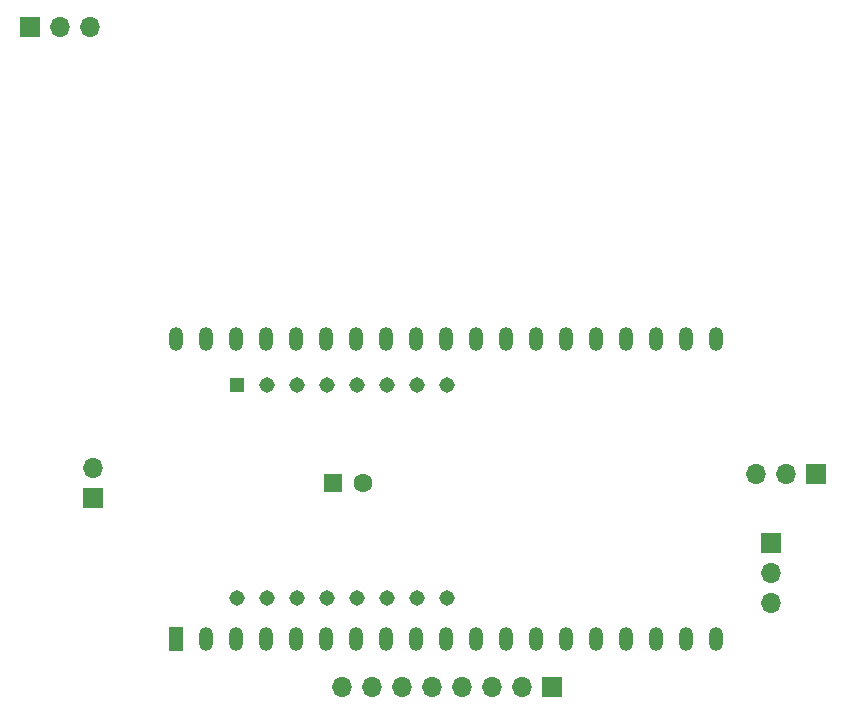
<source format=gbs>
G04 #@! TF.GenerationSoftware,KiCad,Pcbnew,(6.0.7)*
G04 #@! TF.CreationDate,2023-02-20T20:30:12+09:00*
G04 #@! TF.ProjectId,mirubo,6d697275-626f-42e6-9b69-6361645f7063,rev?*
G04 #@! TF.SameCoordinates,Original*
G04 #@! TF.FileFunction,Soldermask,Bot*
G04 #@! TF.FilePolarity,Negative*
%FSLAX46Y46*%
G04 Gerber Fmt 4.6, Leading zero omitted, Abs format (unit mm)*
G04 Created by KiCad (PCBNEW (6.0.7)) date 2023-02-20 20:30:12*
%MOMM*%
%LPD*%
G01*
G04 APERTURE LIST*
%ADD10R,1.700000X1.700000*%
%ADD11O,1.700000X1.700000*%
%ADD12R,1.200000X2.000000*%
%ADD13O,1.200000X2.000000*%
%ADD14R,1.600000X1.600000*%
%ADD15C,1.600000*%
%ADD16R,1.308000X1.308000*%
%ADD17C,1.308000*%
G04 APERTURE END LIST*
D10*
X68834000Y-114046000D03*
D11*
X68834000Y-111506000D03*
D10*
X63515000Y-74168000D03*
D11*
X66055000Y-74168000D03*
X68595000Y-74168000D03*
D10*
X126238000Y-117871000D03*
D11*
X126238000Y-120411000D03*
X126238000Y-122951000D03*
D12*
X75854560Y-125984000D03*
D13*
X78394560Y-125984000D03*
X80934560Y-125984000D03*
X83474560Y-125984000D03*
X86014560Y-125984000D03*
X88554560Y-125984000D03*
X91094560Y-125984000D03*
X93634560Y-125984000D03*
X96174560Y-125984000D03*
X98714560Y-125984000D03*
X101254560Y-125984000D03*
X103794560Y-125984000D03*
X106334560Y-125984000D03*
X108874560Y-125984000D03*
X111414560Y-125984000D03*
X113954560Y-125984000D03*
X116494560Y-125984000D03*
X119034560Y-125984000D03*
X121574560Y-125984000D03*
X121571840Y-100587680D03*
X119031840Y-100587680D03*
X116494560Y-100584000D03*
X113954560Y-100584000D03*
X111414560Y-100584000D03*
X108874560Y-100584000D03*
X106334560Y-100584000D03*
X103794560Y-100584000D03*
X101254560Y-100584000D03*
X98714560Y-100584000D03*
X96174560Y-100584000D03*
X93634560Y-100584000D03*
X91094560Y-100584000D03*
X88554560Y-100584000D03*
X86014560Y-100584000D03*
X83474560Y-100584000D03*
X80934560Y-100584000D03*
X78394560Y-100584000D03*
X75854560Y-100584000D03*
D10*
X107681000Y-130048000D03*
D11*
X105141000Y-130048000D03*
X102601000Y-130048000D03*
X100061000Y-130048000D03*
X97521000Y-130048000D03*
X94981000Y-130048000D03*
X92441000Y-130048000D03*
X89901000Y-130048000D03*
D10*
X130033000Y-112014000D03*
D11*
X127493000Y-112014000D03*
X124953000Y-112014000D03*
D14*
X89154000Y-112776000D03*
D15*
X91654000Y-112776000D03*
D16*
X81026000Y-104521000D03*
D17*
X83566000Y-104521000D03*
X86106000Y-104521000D03*
X88646000Y-104521000D03*
X91186000Y-104521000D03*
X93726000Y-104521000D03*
X96266000Y-104521000D03*
X98806000Y-104521000D03*
X98806000Y-122555000D03*
X96266000Y-122555000D03*
X93726000Y-122555000D03*
X91186000Y-122555000D03*
X88646000Y-122555000D03*
X86106000Y-122555000D03*
X83566000Y-122555000D03*
X81026000Y-122555000D03*
M02*

</source>
